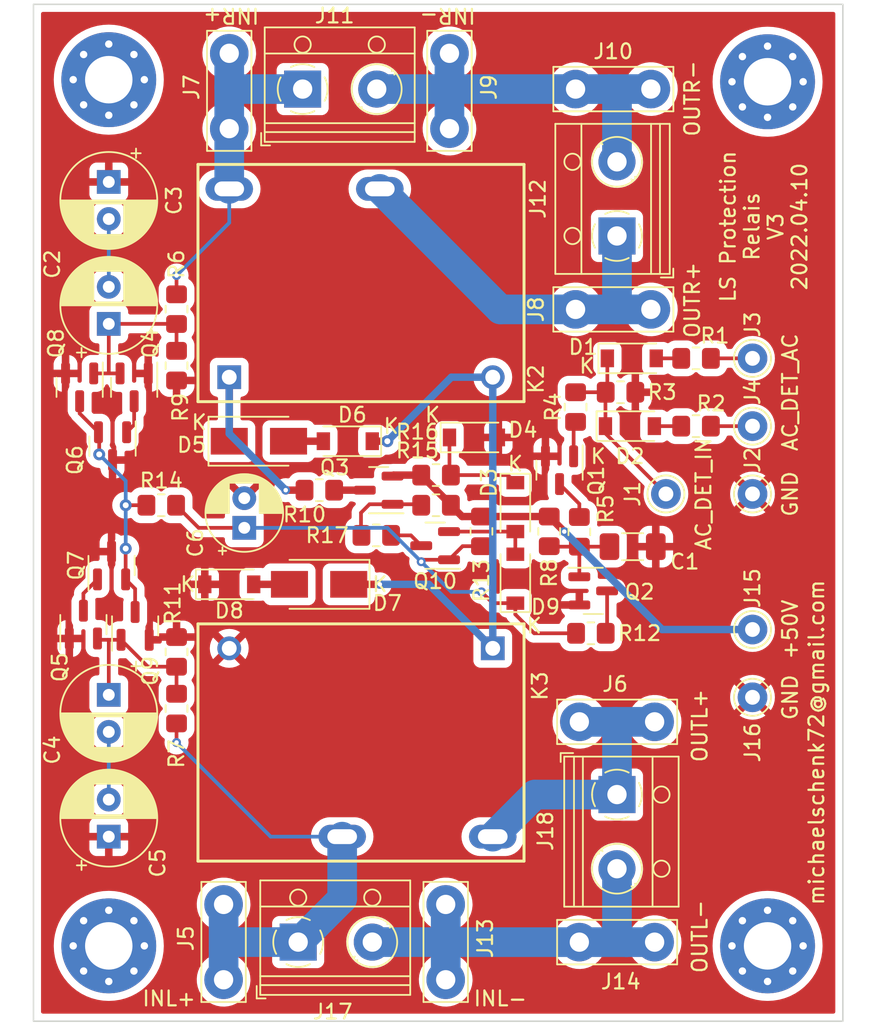
<source format=kicad_pcb>
(kicad_pcb (version 20211014) (generator pcbnew)
  (layers (0 "F.Cu" signal) (31 "B.Cu" signal) (34 "B.Paste" user) (35 "F.Paste" user) (36 "B.SilkS" user "B.Silkscreen") (37 "F.SilkS" user "F.Silkscreen") (38 "B.Mask" user) (39 "F.Mask" user) (44 "Edge.Cuts" user))
  (net 0 "")
  (net 1 "Net-(C1-Pad1)")
  (net 2 "Net-(C2-Pad1)")
  (net 3 "Net-(C2-Pad2)")
  (net 4 "Net-(C4-Pad1)")
  (net 5 "Net-(C4-Pad2)")
  (net 6 "GND")
  (net 7 "Net-(Q1-Pad1)")
  (net 8 "Net-(D5-Pad2)")
  (net 9 "Net-(C6-Pad1)")
  (net 10 "Net-(D1-Pad1)")
  (net 11 "Net-(D7-Pad2)")
  (net 12 "Net-(D1-Pad2)")
  (net 13 "Net-(J3-Pad1)")
  (net 14 "Net-(J12-Pad1)")
  (net 15 "Net-(J10-Pad1)")
  (net 16 "Net-(D2-Pad2)")
  (net 17 "Net-(D3-Pad1)")
  (net 18 "Net-(D3-Pad2)")
  (net 19 "Net-(J4-Pad1)")
  (net 20 "INL+")
  (net 21 "INR+")
  (net 22 "Net-(J13-Pad1)")
  (net 23 "Net-(D5-Pad1)")
  (net 24 "Net-(Q1-Pad3)")
  (net 25 "Net-(Q2-Pad3)")
  (net 26 "Net-(D6-Pad1)")
  (net 27 "Net-(J15-Pad1)")
  (net 28 "Net-(Q4-Pad3)")
  (net 29 "Net-(Q5-Pad3)")
  (net 30 "Net-(Q6-Pad2)")
  (net 31 "Net-(J18-Pad1)")
  (net 32 "Net-(Q3-Pad1)")
  (net 33 "Net-(Q10-Pad3)")
  (net 34 "Net-(Q3-Pad3)")
  (footprint "Diode_SMD:D_SOD-123" (layer "F.Cu") (at 95.758 94.996)
    (fp_text reference "D8" (at 0 1.778) (layer "F.SilkS"))
    (fp_text value "MMSZ5254 (27V)")
    (pad "1" smd rect (at -1.65 0) (size 0.9 1.2) (layers "F.Cu" "F.Paste" "F.Mask") (net 6 "GND"))
    (pad "2" smd rect (at 1.65 0) (size 0.9 1.2) (layers "F.Cu" "F.Paste" "F.Mask") (net 11 "Net-(D7-Pad2)"))
  )
  (footprint "Resistor_SMD:R_0805_2012Metric_Pad1.20x1.40mm_HandSolder" (layer "F.Cu") (at 92.202 99.552 -90)
    (fp_text reference "R11" (at -3.286 0.254 90) (layer "F.SilkS"))
    (fp_text value "22k")
    (pad "1" smd roundrect (at -1 0 270) (size 1.2 1.4) (layers "F.Cu" "F.Paste" "F.Mask") (roundrect_rratio 0.2083333333) (net 6 "GND"))
    (pad "2" smd roundrect (at 1 0 270) (size 1.2 1.4) (layers "F.Cu" "F.Paste" "F.Mask") (roundrect_rratio 0.2083333333) (net 4 "Net-(C4-Pad1)"))
  )
  (footprint "Diode_SMD:D_SOD-123" (layer "F.Cu") (at 112.268 85.09)
    (fp_text reference "D4" (at 3.302 -0.508) (layer "F.SilkS"))
    (fp_text value "MMSZ5245 (15V)")
    (pad "1" smd rect (at -1.65 0) (size 0.9 1.2) (layers "F.Cu" "F.Paste" "F.Mask") (net 17 "Net-(D3-Pad1)"))
    (pad "2" smd rect (at 1.65 0) (size 0.9 1.2) (layers "F.Cu" "F.Paste" "F.Mask") (net 6 "GND"))
  )
  (footprint "Resistor_SMD:R_0805_2012Metric_Pad1.20x1.40mm_HandSolder" (layer "F.Cu") (at 109.712 87.63)
    (fp_text reference "R16" (at -1.254 -2.921) (layer "F.SilkS"))
    (fp_text value "47k")
    (pad "1" smd roundrect (at -1 0) (size 1.2 1.4) (layers "F.Cu" "F.Paste" "F.Mask") (roundrect_rratio 0.2083333333) (net 27 "Net-(J15-Pad1)"))
    (pad "2" smd roundrect (at 1 0) (size 1.2 1.4) (layers "F.Cu" "F.Paste" "F.Mask") (roundrect_rratio 0.2083333333) (net 17 "Net-(D3-Pad1)"))
  )
  (footprint "Package_TO_SOT_SMD:SOT-23" (layer "F.Cu") (at 89.342 81.7095 -90)
    (fp_text reference "Q4" (at -2.9695 -1.082 90) (layer "F.SilkS"))
    (fp_text value "MMBTA42")
    (pad "1" smd roundrect (at -0.9375 -0.95 270) (size 1.475 0.6) (layers "F.Cu" "F.Paste" "F.Mask") (net 6 "GND"))
    (pad "2" smd roundrect (at -0.9375 0.95 270) (size 1.475 0.6) (layers "F.Cu" "F.Paste" "F.Mask") (net 2 "Net-(C2-Pad1)"))
    (pad "3" smd roundrect (at 0.9375 0 270) (size 1.475 0.6) (layers "F.Cu" "F.Paste" "F.Mask") (net 28 "Net-(Q4-Pad3)"))
  )
  (footprint "Resistor_SMD:R_0805_2012Metric_Pad1.20x1.40mm_HandSolder" (layer "F.Cu") (at 112.776 91.424 -90)
    (fp_text reference "R13" (at 3.318 0 90) (layer "F.SilkS"))
    (fp_text value "220k")
    (pad "1" smd roundrect (at -1 0 270) (size 1.2 1.4) (layers "F.Cu" "F.Paste" "F.Mask") (roundrect_rratio 0.2083333333) (net 27 "Net-(J15-Pad1)"))
    (pad "2" smd roundrect (at 1 0 270) (size 1.2 1.4) (layers "F.Cu" "F.Paste" "F.Mask") (roundrect_rratio 0.2083333333) (net 9 "Net-(C6-Pad1)"))
  )
  (footprint "TerminalBlock_RND:TerminalBlock_RND_205-00012_1x02_P5.00mm_Horizontal" (layer "F.Cu") (at 121.92 71.501 90)
    (fp_text reference "J12" (at 2.5 -5.334 90) (layer "F.SilkS"))
    (fp_text value "OUTR")
    (pad "1" thru_hole rect (at 0 0 90) (size 2.5 2.5) (drill 1.3) (layers *.Cu *.Mask) (net 14 "Net-(J12-Pad1)"))
    (pad "2" thru_hole circle (at 5 0 90) (size 2.5 2.5) (drill 1.3) (layers *.Cu *.Mask) (net 15 "Net-(J10-Pad1)"))
  )
  (footprint "Resistor_SMD:R_0805_2012Metric_Pad1.20x1.40mm_HandSolder" (layer "F.Cu") (at 120.158 98.298)
    (fp_text reference "R12" (at 3.286 0 180) (layer "F.SilkS"))
    (fp_text value "4.7k")
    (pad "1" smd roundrect (at -1 0) (size 1.2 1.4) (layers "F.Cu" "F.Paste" "F.Mask") (roundrect_rratio 0.2083333333) (net 9 "Net-(C6-Pad1)"))
    (pad "2" smd roundrect (at 1 0) (size 1.2 1.4) (layers "F.Cu" "F.Paste" "F.Mask") (roundrect_rratio 0.2083333333) (net 25 "Net-(Q2-Pad3)"))
  )
  (footprint "kicad-snk:TE-726386-2_Pitch5.08mm_Drill1.3mm" (layer "F.Cu") (at 119.126 76.454)
    (fp_text reference "J8" (at -2.667 0 90) (layer "F.SilkS"))
    (fp_text value "OUTR+")
    (pad "1" thru_hole circle (at 0 0) (size 2.6 2.6) (drill 1.3) (layers *.Cu *.Mask) (net 14 "Net-(J12-Pad1)"))
    (pad "1" thru_hole circle (at 5.08 0) (size 2.6 2.6) (drill 1.3) (layers *.Cu *.Mask) (net 14 "Net-(J12-Pad1)"))
  )
  (footprint "Resistor_SMD:R_0805_2012Metric_Pad1.20x1.40mm_HandSolder" (layer "F.Cu") (at 127.254 84.328 180)
    (fp_text reference "R2" (at -1.016 1.524) (layer "F.SilkS"))
    (fp_text value "22k")
    (pad "1" smd roundrect (at -1 0 180) (size 1.2 1.4) (layers "F.Cu" "F.Paste" "F.Mask") (roundrect_rratio 0.2083333333) (net 19 "Net-(J4-Pad1)"))
    (pad "2" smd roundrect (at 1 0 180) (size 1.2 1.4) (layers "F.Cu" "F.Paste" "F.Mask") (roundrect_rratio 0.2083333333) (net 16 "Net-(D2-Pad2)"))
  )
  (footprint "Package_TO_SOT_SMD:SOT-23" (layer "F.Cu") (at 87.884 85.6765 -90)
    (fp_text reference "Q6" (at 0.9375 2.54 90) (layer "F.SilkS"))
    (fp_text value "MMBTA92")
    (pad "1" smd roundrect (at -0.9375 -0.95 270) (size 1.475 0.6) (layers "F.Cu" "F.Paste" "F.Mask") (net 28 "Net-(Q4-Pad3)"))
    (pad "2" smd roundrect (at -0.9375 0.95 270) (size 1.475 0.6) (layers "F.Cu" "F.Paste" "F.Mask") (net 30 "Net-(Q6-Pad2)"))
    (pad "3" smd roundrect (at 0.9375 0 270) (size 1.475 0.6) (layers "F.Cu" "F.Paste" "F.Mask") (net 6 "GND"))
  )
  (footprint "Resistor_SMD:R_0805_2012Metric_Pad1.20x1.40mm_HandSolder" (layer "F.Cu") (at 91.17 89.662)
    (fp_text reference "R14" (at 0 -1.65) (layer "F.SilkS"))
    (fp_text value "10R")
    (pad "1" smd roundrect (at -1 0) (size 1.2 1.4) (layers "F.Cu" "F.Paste" "F.Mask") (roundrect_rratio 0.2083333333) (net 30 "Net-(Q6-Pad2)"))
    (pad "2" smd roundrect (at 1 0) (size 1.2 1.4) (layers "F.Cu" "F.Paste" "F.Mask") (roundrect_rratio 0.2083333333) (net 9 "Net-(C6-Pad1)"))
  )
  (footprint "Capacitor_THT:CP_Radial_D6.3mm_P2.50mm" (layer "F.Cu") (at 87.63 67.858 -90)
    (fp_text reference "C3" (at 1.25 -4.4 90) (layer "F.SilkS"))
    (fp_text value "47uF/50V")
    (pad "1" thru_hole rect (at 0 0 270) (size 1.6 1.6) (drill 0.8) (layers *.Cu *.Mask) (net 6 "GND"))
    (pad "2" thru_hole circle (at 2.5 0 270) (size 1.6 1.6) (drill 0.8) (layers *.Cu *.Mask) (net 3 "Net-(C2-Pad2)"))
  )
  (footprint "Connector_Pin:Pin_D1.0mm_L10.0mm" (layer "F.Cu") (at 131.064 88.9 -90)
    (fp_text reference "J2" (at -2.286 0 -90) (layer "F.SilkS"))
    (fp_text value "AC_DET_GND")
    (pad "1" thru_hole circle (at 0 0 270) (size 2 2) (drill 1) (layers *.Cu *.Mask) (net 6 "GND"))
  )
  (footprint "kicad-snk:TE-726386-2_Pitch5.08mm_Drill1.3mm" (layer "F.Cu") (at 119.38 119.129055)
    (fp_text reference "J14" (at 2.794 2.663945) (layer "F.SilkS"))
    (fp_text value "OUTL-")
    (pad "1" thru_hole circle (at 5.08 0) (size 2.6 2.6) (drill 1.3) (layers *.Cu *.Mask) (net 22 "Net-(J13-Pad1)"))
    (pad "1" thru_hole circle (at 0 0) (size 2.6 2.6) (drill 1.3) (layers *.Cu *.Mask) (net 22 "Net-(J13-Pad1)"))
  )
  (footprint "Connector_Pin:Pin_D1.0mm_L10.0mm" (layer "F.Cu") (at 131.064 84.328 90)
    (fp_text reference "J4" (at 2.286 0 90) (layer "F.SilkS"))
    (fp_text value "AC_DET_AC")
    (pad "1" thru_hole circle (at 0 0 90) (size 2 2) (drill 1) (layers *.Cu *.Mask) (net 19 "Net-(J4-Pad1)"))
  )
  (footprint "Connector_Pin:Pin_D1.0mm_L10.0mm" (layer "F.Cu") (at 125.222 88.9 -90)
    (fp_text reference "J1" (at 0 2.25 -90) (layer "F.SilkS"))
    (fp_text value "AC_DET_IN")
    (pad "1" thru_hole circle (at 0 0 270) (size 2 2) (drill 1) (layers *.Cu *.Mask) (net 10 "Net-(D1-Pad1)"))
  )
  (footprint "Resistor_SMD:R_0805_2012Metric_Pad1.20x1.40mm_HandSolder" (layer "F.Cu") (at 117.348 91.424 -90)
    (fp_text reference "R8" (at 2.81 0 -90) (layer "F.SilkS"))
    (fp_text value "100k")
    (pad "1" smd roundrect (at -1 0 270) (size 1.2 1.4) (layers "F.Cu" "F.Paste" "F.Mask") (roundrect_rratio 0.2083333333) (net 27 "Net-(J15-Pad1)"))
    (pad "2" smd roundrect (at 1 0 270) (size 1.2 1.4) (layers "F.Cu" "F.Paste" "F.Mask") (roundrect_rratio 0.2083333333) (net 1 "Net-(C1-Pad1)"))
  )
  (footprint "TerminalBlock_RND:TerminalBlock_RND_205-00012_1x02_P5.00mm_Horizontal" (layer "F.Cu") (at 100.711 61.595)
    (fp_text reference "J11" (at 2.159 -4.953) (layer "F.SilkS"))
    (fp_text value "INR")
    (pad "1" thru_hole rect (at 0 0) (size 2.5 2.5) (drill 1.3) (layers *.Cu *.Mask) (net 21 "INR+"))
    (pad "2" thru_hole circle (at 5 0) (size 2.5 2.5) (drill 1.3) (layers *.Cu *.Mask) (net 15 "Net-(J10-Pad1)"))
  )
  (footprint "Connector_Pin:Pin_D1.0mm_L10.0mm" (layer "F.Cu") (at 131.064 79.756 -90)
    (fp_text reference "J3" (at -2.286 0 -90) (layer "F.SilkS"))
    (fp_text value "AC_DET_AC")
    (pad "1" thru_hole circle (at 0 0 270) (size 2 2) (drill 1) (layers *.Cu *.Mask) (net 13 "Net-(J3-Pad1)"))
  )
  (footprint "Connector_Pin:Pin_D1.0mm_L10.0mm" (layer "F.Cu") (at 131.064 102.616)
    (fp_text reference "J16" (at 0 3.048 90) (layer "F.SilkS"))
    (fp_text value "GND")
    (pad "1" thru_hole circle (at 0 0) (size 2 2) (drill 1) (layers *.Cu *.Mask) (net 6 "GND"))
  )
  (footprint "Resistor_SMD:R_0805_2012Metric_Pad1.20x1.40mm_HandSolder" (layer "F.Cu") (at 101.838 88.646 180)
    (fp_text reference "R10" (at 1 -1.65) (layer "F.SilkS"))
    (fp_text value "100R")
    (pad "1" smd roundrect (at -1 0 180) (size 1.2 1.4) (layers "F.Cu" "F.Paste" "F.Mask") (roundrect_rratio 0.2083333333) (net 34 "Net-(Q3-Pad3)"))
    (pad "2" smd roundrect (at 1 0 180) (size 1.2 1.4) (layers "F.Cu" "F.Paste" "F.Mask") (roundrect_rratio 0.2083333333) (net 23 "Net-(D5-Pad1)"))
  )
  (footprint "TerminalBlock_RND:TerminalBlock_RND_205-00012_1x02_P5.00mm_Horizontal" (layer "F.Cu") (at 121.92 109.176055 -90)
    (fp_text reference "J18" (at 2.46 4.826 90) (layer "F.SilkS"))
    (fp_text value "OUTL")
    (pad "1" thru_hole rect (at 0 0 270) (size 2.5 2.5) (drill 1.3) (layers *.Cu *.Mask) (net 31 "Net-(J18-Pad1)"))
    (pad "2" thru_hole circle (at 5 0 270) (size 2.5 2.5) (drill 1.3) (layers *.Cu *.Mask) (net 22 "Net-(J13-Pad1)"))
  )
  (footprint "kicad-snk:TE-726386-2_Pitch5.08mm_Drill1.3mm" (layer "F.Cu") (at 110.363 121.666 90)
    (fp_text reference "J13" (at 2.8 2.667 90) (layer "F.SilkS"))
    (fp_text value "INL-")
    (pad "1" thru_hole circle (at 5.08 0 90) (size 2.6 2.6) (drill 1.3) (layers *.Cu *.Mask) (net 22 "Net-(J13-Pad1)"))
    (pad "1" thru_hole circle (at 0 0 90) (size 2.6 2.6) (drill 1.3) (layers *.Cu *.Mask) (net 22 "Net-(J13-Pad1)"))
  )
  (footprint "Package_TO_SOT_SMD:SOT-23" (layer "F.Cu") (at 85.918 97.7115 90)
    (fp_text reference "Q5" (at -2.8725 -1.59 90) (layer "F.SilkS"))
    (fp_text value "MMBTA42")
    (pad "1" smd roundrect (at -0.9375 -0.95 90) (size 1.475 0.6) (layers "F.Cu" "F.Paste" "F.Mask") (net 6 "GND"))
    (pad "2" smd roundrect (at -0.9375 0.95 90) (size 1.475 0.6) (layers "F.Cu" "F.Paste" "F.Mask") (net 4 "Net-(C4-Pad1)"))
    (pad "3" smd roundrect (at 0.9375 0 90) (size 1.475 0.6) (layers "F.Cu" "F.Paste" "F.Mask") (net 29 "Net-(Q5-Pad3)"))
  )
  (footprint "Package_TO_SOT_SMD:SOT-23" (layer "F.Cu") (at 105.8395 88.646 180)
    (fp_text reference "Q3" (at 2.9695 1.524) (layer "F.SilkS"))
    (fp_text value "MMBTA92")
    (pad "1" smd roundrect (at -0.9375 -0.95 180) (size 1.475 0.6) (layers "F.Cu" "F.Paste" "F.Mask") (net 32 "Net-(Q3-Pad1)"))
    (pad "2" smd roundrect (at -0.9375 0.95 180) (size 1.475 0.6) (layers "F.Cu" "F.Paste" "F.Mask") (net 27 "Net-(J15-Pad1)"))
    (pad "3" smd roundrect (at 0.9375 0 180) (size 1.475 0.6) (layers "F.Cu" "F.Paste" "F.Mask") (net 34 "Net-(Q3-Pad3)"))
  )
  (footprint "MountingHole:MountingHole_3.2mm_M3_Pad_Via" (layer "F.Cu") (at 87.63 60.96)
    (fp_text reference "MK1" hide)
    (fp_text value "Mounting_Hole_PAD")
    (pad "1" thru_hole circle (at 2.4 0) (size 0.8 0.8) (drill 0.5) (layers *.Cu *.Mask))
    (pad "1" thru_hole circle (at 0 0) (size 6.4 6.4) (drill 3.2) (layers *.Cu *.Mask))
    (pad "1" thru_hole circle (at 0 -2.4) (size 0.8 0.8) (drill 0.5) (layers *.Cu *.Mask))
    (pad "1" thru_hole circle (at -1.697056 -1.697056) (size 0.8 0.8) (drill 0.5) (layers *.Cu *.Mask))
    (pad "1" thru_hole circle (at -2.4 0) (size 0.8 0.8) (drill 0.5) (layers *.Cu *.Mask))
    (pad "1" thru_hole circle (at 0 2.4) (size 0.8 0.8) (drill 0.5) (layers *.Cu *.Mask))
    (pad "1" thru_hole circle (at -1.697056 1.697056) (size 0.8 0.8) (drill 0.5) (layers *.Cu *.Mask))
    (pad "1" thru_hole circle (at 1.697056 1.697056) (size 0.8 0.8) (drill 0.5) (layers *.Cu *.Mask))
    (pad "1" thru_hole circle (at 1.697056 -1.697056) (size 0.8 0.8) (drill 0.5) (layers *.Cu *.Mask))
  )
  (footprint "Package_TO_SOT_SMD:SOT-23" (layer "F.Cu") (at 118.044 87.2975 -90)
    (fp_text reference "Q1" (at 0.7135 -2.479 -270) (layer "F.SilkS"))
    (fp_text value "MMBTA42")
    (pad "1" smd roundrect (at -0.9375 -0.95 270) (size 1.475 0.6) (layers "F.Cu" "F.Paste" "F.Mask") (net 7 "Net-(Q1-Pad1)"))
    (pad "2" smd roundrect (at -0.9375 0.95 270) (size 1.475 0.6) (layers "F.Cu" "F.Paste" "F.Mask") (net 6 "GND"))
    (pad "3" smd roundrect (at 0.9375 0 270) (size 1.475 0.6) (layers "F.Cu" "F.Paste" "F.Mask") (net 24 "Net-(Q1-Pad3)"))
  )
  (footprint "kicad-snk:TE-726386-2_Pitch5.08mm_Drill1.3mm" (layer "F.Cu") (at 119.126 61.595)
    (fp_text reference "J10" (at 2.54 -2.54) (layer "F.SilkS"))
    (fp_text value "OUTR-")
    (pad "1" thru_hole circle (at 5.08 0) (size 2.6 2.6) (drill 1.3) (layers *.Cu *.Mask) (net 15 "Net-(J10-Pad1)"))
    (pad "1" thru_hole circle (at 0 0) (size 2.6 2.6) (drill 1.3) (layers *.Cu *.Mask) (net 15 "Net-(J10-Pad1)"))
  )
  (footprint "Package_TO_SOT_SMD:SOT-23" (layer "F.Cu") (at 120.3175 95.438)
    (fp_text reference "Q2" (at 3.1265 0.066) (layer "F.SilkS"))
    (fp_text value "MMBTA42")
    (pad "1" smd roundrect (at -0.9375 -0.95) (size 1.475 0.6) (layers "F.Cu" "F.Paste" "F.Mask") (net 1 "Net-(C1-Pad1)"))
    (pad "2" smd roundrect (at -0.9375 0.95) (size 1.475 0.6) (layers "F.Cu" "F.Paste" "F.Mask") (net 6 "GND"))
    (pad "3" smd roundrect (at 0.9375 0) (size 1.475 0.6) (layers "F.Cu" "F.Paste" "F.Mask") (net 25 "Net-(Q2-Pad3)"))
  )
  (footprint "TerminalBlock_RND:TerminalBlock_RND_205-00012_1x02_P5.00mm_Horizontal" (layer "F.Cu") (at 100.41 119.126)
    (fp_text reference "J17" (at 2.333 4.699) (layer "F.SilkS"))
    (fp_text value "INL")
    (pad "1" thru_hole rect (at 0 0) (size 2.5 2.5) (drill 1.3) (layers *.Cu *.Mask) (net 20 "INL+"))
    (pad "2" thru_hole circle (at 5 0) (size 2.5 2.5) (drill 1.3) (layers *.Cu *.Mask) (net 22 "Net-(J13-Pad1)"))
  )
  (footprint "Resistor_SMD:R_0805_2012Metric_Pad1.20x1.40mm_HandSolder" (layer "F.Cu") (at 92.202 76.438 -90)
    (fp_text reference "R6" (at -3.032 0 -270) (layer "F.SilkS"))
    (fp_text value "47k")
    (pad "1" smd roundrect (at -1 0 270) (size 1.2 1.4) (layers "F.Cu" "F.Paste" "F.Mask") (roundrect_rratio 0.2083333333) (net 21 "INR+"))
    (pad "2" smd roundrect (at 1 0 270) (size 1.2 1.4) (layers "F.Cu" "F.Paste" "F.Mask") (roundrect_rratio 0.2083333333) (net 2 "Net-(C2-Pad1)"))
  )
  (footprint "kicad-snk:TE-726386-2_Pitch5.08mm_Drill1.3mm" (layer "F.Cu") (at 119.38 104.270055)
    (fp_text reference "J6" (at 2.413 -2.543055) (layer "F.SilkS"))
    (fp_text value "OUTL+")
    (pad "1" thru_hole circle (at 5.08 0) (size 2.6 2.6) (drill 1.3) (layers *.Cu *.Mask) (net 31 "Net-(J18-Pad1)"))
    (pad "1" thru_hole circle (at 0 0) (size 2.6 2.6) (drill 1.3) (layers *.Cu *.Mask) (net 31 "Net-(J18-Pad1)"))
  )
  (footprint "MountingHole:MountingHole_3.2mm_M3_Pad_Via" (layer "F.Cu") (at 132.08 61.1)
    (fp_text reference "MK4" hide)
    (fp_text value "Mounting_Hole_PAD")
    (pad "1" thru_hole circle (at 1.697056 1.697056) (size 0.8 0.8) (drill 0.5) (layers *.Cu *.Mask))
    (pad "1" thru_hole circle (at 1.697056 -1.697056) (size 0.8 0.8) (drill 0.5) (layers *.Cu *.Mask))
    (pad "1" thru_hole circle (at 0 2.4) (size 0.8 0.8) (drill 0.5) (layers *.Cu *.Mask))
    (pad "1" thru_hole circle (at 0 -2.4) (size 0.8 0.8) (drill 0.5) (layers *.Cu *.Mask))
    (pad "1" thru_hole circle (at -1.697056 1.697056) (size 0.8 0.8) (drill 0.5) (layers *.Cu *.Mask))
    (pad "1" thru_hole circle (at 0 0) (size 6.4 6.4) (drill 3.2) (layers *.Cu *.Mask))
    (pad "1" thru_hole circle (at -1.697056 -1.697056) (size 0.8 0.8) (drill 0.5) (layers *.Cu *.Mask))
    (pad "1" thru_hole circle (at -2.4 0) (size 0.8 0.8) (drill 0.5) (layers *.Cu *.Mask))
    (pad "1" thru_hole circle (at 2.4 0) (size 0.8 0.8) (drill 0.5) (layers *.Cu *.Mask))
  )
  (footprint "Capacitor_THT:CP_Radial_D6.3mm_P2.50mm" (layer "F.Cu") (at 87.63 77.43 90)
    (fp_text reference "C2" (at 4.024 -3.81 90) (layer "F.SilkS"))
    (fp_text value "47uF/50V")
    (pad "1" thru_hole rect (at 0 0 90) (size 1.6 1.6) (drill 0.8) (layers *.Cu *.Mask) (net 2 "Net-(C2-Pad1)"))
    (pad "2" thru_hole circle (at 2.5 0 90) (size 1.6 1.6) (drill 0.8) (layers *.Cu *.Mask) (net 3 "Net-(C2-Pad2)"))
  )
  (footprint "Capacitor_THT:CP_Radial_D5.0mm_P2.00mm" (layer "F.Cu") (at 96.774 91.186 90)
    (fp_text reference "C6" (at -1.016 -3.302 90) (layer "F.SilkS"))
    (fp_text value "22uF/50V")
    (pad "1" thru_hole rect (at 0 0 90) (size 1.6 1.6) (drill 0.8) (layers *.Cu *.Mask) (net 9 "Net-(C6-Pad1)"))
    (pad "2" thru_hole circle (at 2 0 90) (size 1.6 1.6) (drill 0.8) (layers *.Cu *.Mask) (net 6 "GND"))
  )
  (footprint "Diode_SMD:D_SOD-123" (layer "F.Cu") (at 122.92 79.756)
    (fp_text reference "D1" (at -3.286 -0.762) (layer "F.SilkS"))
    (fp_text value "1N914")
    (pad "1" smd rect (at -1.65 0) (size 0.9 1.2) (layers "F.Cu" "F.Paste" "F.Mask") (net 10 "Net-(D1-Pad1)"))
    (pad "2" smd rect (at 1.65 0) (size 0.9 1.2) (layers "F.Cu" "F.Paste" "F.Mask") (net 12 "Net-(D1-Pad2)"))
  )
  (footprint "Resistor_SMD:R_0805_2012Metric_Pad1.20x1.40mm_HandSolder" (layer "F.Cu") (at 119.126 83.042 -90)
    (fp_text reference "R4" (at 0 1.524 90) (layer "F.SilkS"))
    (fp_text value "100R")
    (pad "1" smd roundrect (at -1 0 270) (size 1.2 1.4) (layers "F.Cu" "F.Paste" "F.Mask") (roundrect_rratio 0.2083333333) (net 10 "Net-(D1-Pad1)"))
    (pad "2" smd roundrect (at 1 0 270) (size 1.2 1.4) (layers "F.Cu" "F.Paste" "F.Mask") (roundrect_rratio 0.2083333333) (net 7 "Net-(Q1-Pad1)"))
  )
  (footprint "kicad-snk:TE-726386-2_Pitch5.08mm_Drill1.3mm" (layer "F.Cu") (at 95.758 64.262 90)
    (fp_text reference "J7" (at 2.794 -2.54 90) (layer "F.SilkS"))
    (fp_text value "INR+")
    (pad "1" thru_hole circle (at 0 0 90) (size 2.6 2.6) (drill 1.3) (layers *.Cu *.Mask) (net 21 "INR+"))
    (pad "1" thru_hole circle (at 5.08 0 90) (size 2.6 2.6) (drill 1.3) (layers *.Cu *.Mask) (net 21 "INR+"))
  )
  (footprint "Capacitor_SMD:C_1206_3216Metric_Pad1.33x1.80mm_HandSolder" (layer "F.Cu") (at 122.9745 92.456)
    (fp_text reference "C1" (at 3.5175 1.016) (layer "F.SilkS"))
    (fp_text value "470nF")
    (pad "1" smd roundrect (at -1.5625 0) (size 1.325 1.8) (layers "F.Cu" "F.Paste" "F.Mask") (roundrect_rratio 0.1886792453) (net 1 "Net-(C1-Pad1)"))
    (pad "2" smd roundrect (at 1.5625 0) (size 1.325 1.8) (layers "F.Cu" "F.Paste" "F.Mask") (roundrect_rratio 0.1886792453) (net 6 "GND"))
  )
  (footprint "Diode_SMD:D_SOD-123" (layer "F.Cu") (at 115.062 94.616 90)
    (fp_text reference "D9" (at -1.904 2.032 180) (layer "F.SilkS"))
    (fp_text value "MMSZ5232BT1G (5.6V)")
    (pad "1" smd rect (at -1.65 0 90) (size 0.9 1.2) (layers "F.Cu" "F.Paste" "F.Mask") (net 9 "Net-(C6-Pad1)"))
    (pad "2" smd rect (at 1.65 0 90) (size 0.9 1.2) (layers "F.Cu" "F.Paste" "F.Mask") (net 18 "Net-(D3-Pad2)"))
  )
  (footprint "Resistor_SMD:R_0805_2012Metric_Pad1.20x1.40mm_HandSolder" (layer "F.Cu") (at 119.38 91.456 90)
    (fp_text reference "R5" (at 1.54 1.778 90) (layer "F.SilkS"))
    (fp_text value "100R")
    (pad "1" smd roundrect (at -1 0 90) (size 1.2 1.4) (layers "F.Cu" "F.Paste" "F.Mask") (roundrect_rratio 0.2083333333) (net 1 "Net-(C1-Pad1)"))
    (pad "2" smd roundrect (at 1 0 90) (size 1.2 1.4) (layers "F.Cu" "F.Paste" "F.Mask") (roundrect_rratio 0.2083333333) (net 24 "Net-(Q1-Pad3)"))
  )
  (footprint "Connector_Pin:Pin_D1.0mm_L10.0mm" (layer "F.Cu") (at 131.064 98.044)
    (fp_text reference "J15" (at 0 -2.794 90) (layer "F.SilkS"))
    (fp_text value "+50V")
    (pad "1" thru_hole circle (at 0 0) (size 2 2) (drill 1) (layers *.Cu *.Mask) (net 27 "Net-(J15-Pad1)"))
  )
  (footprint "Resistor_SMD:R_0805_2012Metric_Pad1.20x1.40mm_HandSolder" (layer "F.Cu") (at 122.158 82.042 180)
    (fp_text reference "R3" (at -2.81 0) (layer "F.SilkS"))
    (fp_text value "10k")
    (pad "1" smd roundrect (at -1 0 180) (size 1.2 1.4) (layers "F.Cu" "F.Paste" "F.Mask") (roundrect_rratio 0.2083333333) (net 6 "GND"))
    (pad "2" smd roundrect (at 1 0 180) (size 1.2 1.4) (layers "F.Cu" "F.Paste" "F.Mask") (roundrect_rratio 0.2083333333) (net 10 "Net-(D1-Pad1)"))
  )
  (footprint "Resistor_SMD:R_0805_2012Metric_Pad1.20x1.40mm_HandSolder" (layer "F.Cu") (at 109.712 89.662 180)
    (fp_text reference "R15" (at 1.254 3.683 180) (layer "F.SilkS"))
    (fp_text value "6.8k")
    (pad "1" smd roundrect (at -1 0 180) (size 1.2 1.4) (layers "F.Cu" "F.Paste" "F.Mask") (roundrect_rratio 0.2083333333) (net 27 "Net-(J15-Pad1)"))
    (pad "2" smd roundrect (at 1 0 180) (size 1.2 1.4) (layers "F.Cu" "F.Paste" "F.Mask") (roundrect_rratio 0.2083333333) (net 32 "Net-(Q3-Pad1)"))
  )
  (footprint "Package_TO_SOT_SMD:SOT-23" (layer "F.Cu") (at 89.408 97.799863 90)
    (fp_text reference "Q9" (at -3.038137 1.016 90) (layer "F.SilkS"))
    (fp_text value "MMBTA42")
    (pad "1" smd roundrect (at -0.9375 -0.95 90) (size 1.475 0.6) (layers "F.Cu" "F.Paste" "F.Mask") (net 4 "Net-(C4-Pad1)"))
    (pad "2" smd roundrect (at -0.9375 0.95 90) (size 1.475 0.6) (layers "F.Cu" "F.Paste" "F.Mask") (net 6 "GND"))
    (pad "3" smd roundrect (at 0.9375 0 90) (size 1.475 0.6) (layers "F.Cu" "F.Paste" "F.Mask") (net 30 "Net-(Q6-Pad2)"))
  )
  (footprint "Diode_SMD:D_SOD-123" (layer "F.Cu") (at 115.062 89.788 -90)
    (fp_text reference "D3" (at -1.65 1.778 90) (layer "F.SilkS"))
    (fp_text value "1N914")
    (pad "1" smd rect (at -1.65 0 270) (size 0.9 1.2) (layers "F.Cu" "F.Paste" "F.Mask") (net 17 "Net-(D3-Pad1)"))
    (pad "2" smd rect (at 1.65 0 270) (size 0.9 1.2) (layers "F.Cu" "F.Paste" "F.Mask") (net 18 "Net-(D3-Pad2)"))
  )
  (footprint "kicad-snk:TE-726386-2_Pitch5.08mm_Drill1.3mm" (layer "F.Cu") (at 110.617 64.262 90)
    (fp_text reference "J9" (at 2.794 2.667 90) (layer "F.SilkS"))
    (fp_text value "INR-")
    (pad "1" thru_hole circle (at 0 0 90) (size 2.6 2.6) (drill 1.3) (layers *.Cu *.Mask) (net 15 "Net-(J10-Pad1)"))
    (pad "1" thru_hole circle (at 5.08 0 90) (size 2.6 2.6) (drill 1.3) (layers *.Cu *.Mask) (net 15 "Net-(J10-Pad1)"))
  )
  (footprint "kicad-snk:TE-726386-2_Pitch5.08mm_Drill1.3mm" (layer "F.Cu") (at 95.377 121.666 90)
    (fp_text reference "J5" (at 2.794 -2.54 90) (layer "F.SilkS"))
    (fp_text value "INL+")
    (pad "1" thru_hole circle (at 5.08 0 90) (size 2.6 2.6) (drill 1.3) (layers *.Cu *.Mask) (net 20 "INL+"))
    (pad "1" thru_hole circle (at 0 0 90) (size 2.6 2.6) (drill 1.3) (layers *.Cu *.Mask) (net 20 "INL+"))
  )
  (footprint "Capacitor_THT:CP_Radial_D6.3mm_P2.50mm" (layer "F.Cu") (at 87.63 102.449621 -90)
    (fp_text reference "C4" (at 3.722379 3.81 90) (layer "F.SilkS"))
    (fp_text value "47uF/50V")
    (pad "1" thru_hole rect (at 0 0 270) (size 1.6 1.6) (drill 0.8) (layers *.Cu *.Mask) (net 4 "Net-(C4-Pad1)"))
    (pad "2" thru_hole circle (at 2.5 0 270) (size 1.6 1.6) (drill 0.8) (layers *.Cu *.Mask) (net 5 "Net-(C4-Pad2)"))
  )
  (footprint "Package_TO_SOT_SMD:SOT-23" (layer "F.Cu") (at 109.6495 92.39 180)
    (fp_text reference "Q10" (at 0 -2.4) (layer "F.SilkS"))
    (fp_text value "MMBTA42")
    (pad "1" smd roundrect (at -0.9375 -0.95 180) (size 1.475 0.6) (layers "F.Cu" "F.Paste" "F.Mask") (net 9 "Net-(C6-Pad1)"))
    (pad "2" smd roundrect (at -0.9375 0.95 180) (size 1.475 0.6) (layers "F.Cu" "F.Paste" "F.Mask") (net 18 "Net-(D3-Pad2)"))
    (pad "3" smd roundrect (at 0.9375 0 180) (size 1.475 0.6) (layers "F.Cu" "F.Paste" "F.Mask") (net 33 "Net-(Q10-Pad3)"))
  )
  (footprint "kicad-snk:RELAY_G5CA-1A-E-DC5" (layer "F.Cu") (at 104.648 74.676 90)
    (fp_text reference "K2" (at -6.477 11.811 90) (layer "F.SilkS") (effects (font (size 1.000685 1.000685))))
    (fp_text value "G5CA-1A-E-DC5")
    (pad "1" thru_hole rect (at -6.35 -8.89 90) (size 1.6 1.6) (drill 1) (layers *.Cu *.Mask) (net 23 "Net-(D5-Pad1)"))
    (pad "2" thru_hole circle (at -6.35 8.89 90) (size 1.6 1.6) (drill 1) (layers *.Cu *.Mask) (net 26 "Net-(D6-Pad1)"))
    (pad "3" thru_hole oval (at 6.35 1.27 90) (size 1.6 3.2) (drill oval 1 2) (layers *.Cu *.Mask) (net 14 "Net-(J12-Pad1)"))
    (pad "4" thru_hole oval (at 6.35 -8.89 90) (size 1.6 3.2) (drill oval 1 2) (layers *.Cu *.Mask) (net 21 "INR+"))
  )
  (footprint "Resistor_SMD:R_0805_2012Metric_Pad1.20x1.40mm_HandSolder" (layer "F.Cu") (at 105.68 91.694)
    (fp_text reference "R17" (at -3.318 0) (layer "F.SilkS"))
    (fp_text value "22k")
    (pad "1" smd roundrect (at -1 0) (size 1.2 1.4) (layers "F.Cu" "F.Paste" "F.Mask") (roundrect_rratio 0.2083333333) (net 32 "Net-(Q3-Pad1)"))
    (pad "2" smd roundrect (at 1 0) (size 1.2 1.4) (layers "F.Cu" "F.Paste" "F.Mask") (roundrect_rratio 0.2083333333) (net 33 "Net-(Q10-Pad3)"))
  )
  (footprint "Diode_SMD:D_SMA" (layer "F.Cu") (at 101.822 94.996 180)
    (fp_text reference "D7" (at -4.604 -1.27) (layer "F.SilkS"))
    (fp_text value "MRA4007T3G")
    (pad "1" smd rect (at -2 0 180) (size 2.5 1.8) (layers "F.Cu" "F.Paste" "F.Mask") (net 26 "Net-(D6-Pad1)"))
    (pad "2" smd rect (at 2 0 180) (size 2.5 1.8) (layers "F.Cu" "F.Paste" "F.Mask") (net 11 "Net-(D7-Pad2)"))
  )
  (footprint "Resistor_SMD:R_0805_2012Metric_Pad1.20x1.40mm_HandSolder" (layer "F.Cu") (at 92.202 103.378 90)
    (fp_text reference "R7" (at -3.048 0 90) (layer "F.SilkS"))
    (fp_text value "47k")
    (pad "1" smd roundrect (at -1 0 90) (size 1.2 1.4) (layers "F.Cu" "F.Paste" "F.Mask") (roundrect_rratio 0.2083333333) (net 20 "INL+"))
    (pad "2" smd roundrect (at 1 0 90) (size 1.2 1.4) (layers "F.Cu" "F.Paste" "F.Mask") (roundrect_rratio 0.2083333333) (net 4 "Net-(C4-Pad1)"))
  )
  (footprint "Resistor_SMD:R_0805_2012Metric_Pad1.20x1.40mm_HandSolder" (layer "F.Cu") (at 92.202 80.248 90)
    (fp_text reference "R9" (at -2.81 0.254 90) (layer "F.SilkS"))
    (fp_text value "22k")
    (pad "1" smd roundrect (at -1 0 90) (size 1.2 1.4) (layers "F.Cu" "F.Paste" "F.Mask") (roundrect_rratio 0.2083333333) (net 6 "GND"))
    (pad "2" smd roundrect (at 1 0 90) (size 1.2 1.4) (layers "F.Cu" "F.Paste" "F.Mask") (roundrect_rratio 0.2083333333) (net 2 "Net-(C2-Pad1)"))
  )
  (footprint "Diode_SMD:D_SMA" (layer "F.Cu") (at 97.758 85.344)
    (fp_text reference "D5" (at -4.54 0.254) (layer "F.SilkS"))
    (fp_text value "MRA4007T3G")
    (pad "1" smd rect (at -2 0) (size 2.5 1.8) (layers "F.Cu" "F.Paste" "F.Mask") (net 23 "Net-(D5-Pad1)"))
    (pad "2" smd rect (at 2 0) (size 2.5 1.8) (layers "F.Cu" "F.Paste" "F.Mask") (net 8 "Net-(D5-Pad2)"))
  )
  (footprint "Package_TO_SOT_SMD:SOT-23" (layer "F.Cu") (at 85.664 81.7095 -90)
    (fp_text reference "Q8" (at -2.9695 1.59 90) (layer "F.SilkS"))
    (fp_text value "MMBTA42")
    (pad "1" smd roundrect (at -0.9375 -0.95 270) (size 1.475 0.6) (layers "F.Cu" "F.Paste" "F.Mask") (net 2 "Net-(C2-Pad1)"))
    (pad "2" smd roundrect (at -0.9375 0.95 270) (size 1.475 0.6) (layers "F.Cu" "F.Paste" "F.Mask") (net 6 "GND"))
    (pad "3" smd roundrect (at 0.9375 0 270) (size 1.475 0.6) (layers "F.Cu" "F.Paste" "F.Mask") (net 30 "Net-(Q6-Pad2)"))
  )
  (footprint "Capacitor_THT:CP_Radial_D6.3mm_P2.50mm" (layer "F.Cu") (at 87.63 112.014001 90)
    (fp_text reference "C5" (at -1.777999 3.302 90) (layer "F.SilkS"))
    (fp_text value "47uF/50V")
    (pad "1" thru_hole rect (at 0 0 90) (size 1.6 1.6) (drill 0.8) (layers *.Cu *.Mask) (net 6 "GND"))
    (pad "2" thru_hole circle (at 2.5 0 90) (size 1.6 1.6) (drill 0.8) (layers *.Cu *.Mask) (net 5 "Net-(C4-Pad2)"))
  )
  (footprint "Resistor_SMD:R_0805_2012Metric_Pad1.20x1.40mm_HandSolder" (layer "F.Cu") (at 127.254 79.756 180)
    (fp_text reference "R1" (at -1.27 1.524) (layer "F.SilkS"))
    (fp_text value "22k")
    (pad "1" smd roundrect (at -1 0 180) (size 1.2 1.4) (layers "F.Cu" "F.Paste" "F.Mask") (roundrect_rratio 0.2083333333) (net 13 "Net-(J3-Pad1)"))
    (pad "2" smd roundrect (at 1 0 180) (size 1.2 1.4) (layers "F.Cu" "F.Paste" "F.Mask") (roundrect_rratio 0.2083333333) (net 12 "Net-(D1-Pad2)"))
  )
  (footprint "Package_TO_SOT_SMD:SOT-23" (layer "F.Cu") (at 87.818 93.726 90)
    (fp_text reference "Q7" (at 0 -2.4 90) (layer "F.SilkS"))
    (fp_text value "MMBTA92")
    (pad "1" smd roundrect (at -0.9375 -0.95 90) (size 1.475 0.6) (layers "F.Cu" "F.Paste" "F.Mask") (net 29 "Net-(Q5-Pad3)"))
    (pad "2" smd roundrect (at -0.9375 0.95 90) (size 1.475 0.6) (layers "F.Cu" "F.Paste" "F.Mask") (net 30 "Net-(Q6-Pad2)"))
    (pad "3" smd roundrect (at 0.9375 0 90) (size 1.475 0.6) (layers "F.Cu" "F.Paste" "F.Mask") (net 6 "GND"))
  )
  (footprint "Diode_SMD:D_SOD-123" (layer "F.Cu") (at 103.758 85.344 180)
    (fp_text reference "D6" (at -0.3 1.778) (layer "F.SilkS"))
    (fp_text value "MMSZ5254 (27V)")
    (pad "1" smd rect (at -1.65 0 180) (size 0.9 1.2) (layers "F.Cu" "F.Paste" "F.Mask") (net 26 "Net-(D6-Pad1)"))
    (pad "2" smd rect (at 1.65 0 180) (size 0.9 1.2) (layers "F.Cu" "F.Paste" "F.Mask") (net 8 "Net-(D5-Pad2)"))
  )
  (footprint "kicad-snk:RELAY_G5CA-1A-E-DC5" (layer "F.Cu") (at 104.648 105.664 -90)
    (fp_text reference "K3" (at -3.81 -12.073235 -90) (layer "F.SilkS") (effects (font (size 1.000685 1.000685))))
    (fp_text value "G5CA-1A-E-DC5")
    (pad "1" thru_hole rect (at -6.35 -8.89 270) (size 1.6 1.6) (drill 1) (layers *.Cu *.Mask) (net 26 "Net-(D6-Pad1)"))
    (pad "2" thru_hole circle (at -6.35 8.89 270) (size 1.6 1.6) (drill 1) (layers *.Cu *.Mask) (net 6 "GND"))
    (pad "3" thru_hole oval (at 6.35 1.27 270) (size 1.6 3.2) (drill oval 1 2) (layers *.Cu *.Mask) (net 20 "INL+"))
    (pad "4" thru_hole oval (at 6.35 -8.89 270) (size 1.6 3.2) (drill oval 1 2) (layers *.Cu *.Mask) (net 31 "Net-(J18-Pad1)"))
  )
  (footprint "MountingHole:MountingHole_3.2mm_M3_Pad_Via" (layer "F.Cu") (at 132.08 119.38)
    (fp_text reference "MK3" hide)
    (fp_text value "Mounting_Hole_PAD")
    (pad "1" thru_hole circle (at 0 0) (size 6.4 6.4) (drill 3.2) (layers *.Cu *.Mask))
    (pad "1" thru_hole circle (at 1.697056 -1.697056) (size 0.8 0.8) (drill 0.5) (layers *.Cu *.Mask))
    (pad "1" thru_hole circle (at 0 -2.4) (size 0.8 0.8) (drill 0.5) (layers *.Cu *.Mask))
    (pad "1" thru_hole circle (at -1.697056 1.697056) (size 0.8 0.8) (drill 0.5) (layers *.Cu *.Mask))
    (pad "1" thru_hole circle (at -1.697056 -1.697056) (size 0.8 0.8) (drill 0.5) (layers *.Cu *.Mask))
    (pad "1" thru_hole circle (at 0 2.4) (size 0.8 0.8) (drill 0.5) (layers *.Cu *.Mask))
    (pad "1" thru_hole circle (at 1.697056 1.697056) (size 0.8 0.8) (drill 0.5) (layers *.Cu *.Mask))
    (pad "1" thru_hole circle (at 2.4 0) (size 0.8 0.8) (drill 0.5) (layers *.Cu *.Mask))
    (pad "1" thru_hole circle (at -2.4 0) (size 0.8 0.8) (drill 0.5) (layers *.Cu *.Mask))
  )
  (footprint "MountingHole:MountingHole_3.2mm_M3_Pad_Via" (layer "F.Cu") (at 87.63 119.38)
    (fp_text reference "MK2" hide)
    (fp_text value "Mounting_Hole_PAD")
    (pad "1" thru_hole circle (at 0 2.4) (size 0.8 0.8) (drill 0.5) (layers *.Cu *.Mask))
    (pad "1" thru_hole circle (at 0 0) (size 6.4 6.4) (drill 3.2) (layers *.Cu *.Mask))
    (pad "1" thru_hole circle (at 0 -2.4) (size 0.8 0.8) (drill 0.5) (layers *.Cu *.Mask))
    (pad "1" thru_hole circle (at -1.697056 -1.697056) (size 0.8 0.8) (drill 0.5) (layers *.Cu *.Mask))
    (pad "1" thru_hole circle (at -1.697056 1.697056) (size 0.8 0.8) (drill 0.5) (layers *.Cu *.Mask))
    (pad "1" thru_hole circle (at 1.697056 1.697056) (size 0.8 0.8) (drill 0.5) (layers *.Cu *.Mask))
    (pad "1" thru_hole circle (at -2.4 0) (size 0.8 0.8) (drill 0.5) (layers *.Cu *.Mask))
    (pad "1" thru_hole circle (at 1.697056 -1.697056) (size 0.8 0.8) (drill 0.5) (layers *.Cu *.Mask))
    (pad "1" thru_hole circle (at 2.4 0) (size 0.8 0.8) (drill 0.5) (layers *.Cu *.Mask))
  )
  (footprint "Diode_SMD:D_SOD-123" (layer "F.Cu") (at 122.792 84.328)
    (fp_text reference "D2" (at 0 2.032) (layer "F.SilkS"))
    (fp_text value "1N914")
    (pad "1" smd rect (at -1.65 0) (size 0.9 1.2) (layers "F.Cu" "F.Paste" "F.Mask") (net 10 "Net-(D1-Pad1)"))
    (pad "2" smd rect (at 1.65 0) (size 0.9 1.2) (layers "F.Cu" "F.Paste" "F.Mask") (net 16 "Net-(D2-Pad2)"))
  )
  (gr_rect (start 82.55 55.88) (end 137.16 124.46) (layer "Edge.Cuts") (width 0.1) (fill none))
  (gr_text "INL-" (at 114.046 122.936) (layer "F.SilkS") (effects (font (size 1 1))))
  (gr_text "OUTL-" (at 127.508 118.748055 90) (layer "F.SilkS") (effects (font (size 1 1))))
  (gr_text "OUTR-" (at 127 62.23 90) (layer "F.SilkS") (effects (font (size 1 1))))
  (gr_text "+50V" (at 133.604 98.044 90) (layer "F.SilkS") (effects (font (size 1 1))))
  (gr_text "AC_DET_IN" (at 127.762 88.9 90) (layer "F.SilkS") (effects (font (size 1 1))))
  (gr_text "OUTR+" (at 127 75.819 90) (layer "F.SilkS") (effects (font (size 1 1))))
  (gr_text "GND" (at 133.604 102.616 90) (layer "F.SilkS") (effects (font (size 1 1))))
  (gr_text "INR-" (at 110.49 56.642 180) (layer "F.SilkS") (effects (font (size 1 1))))
  (gr_text "K" (at 109.474 83.566) (layer "F.SilkS") (effects (font (size 1 1))))
  (gr_text "K" (at 92.964 94.996) (layer "F.SilkS") (effects (font (size 1 1))))
  (gr_text "AC_DET_AC" (at 133.604 82.042 90) (layer "F.SilkS") (effects (font (size 1 1))))
  (gr_text "LS Protection\nRelais\nV3\n2022.04.10" (at 131.826 70.866 90) (layer "F.SilkS") (effects (font (size 1 1))))
  (gr_text "K" (at 116.332 97.79) (layer "F.SilkS") (effects (font (size 1 1))))
  (gr_text "K" (at 120.65 86.36) (layer "F.SilkS") (effects (font (size 1 1))))
  (gr_text "michaelschenk72@gmail.com" (at 135.382 105.664 90) (layer "F.SilkS") (effects (font (size 1 1))))
  (gr_text "INR+" (at 95.885 56.642 180) (layer "F.SilkS") (effects (font (size 1 1))))
  (gr_text "GND" (at 133.604 88.9 90) (layer "F.SilkS") (effects (font (size 1 1))))
  (gr_text "INL+" (at 91.694 122.936) (layer "F.SilkS") (effects (font (size 1 1))))
  (gr_text "K" (at 105.918 94.996) (layer "F.SilkS") (effects (font (size 1 1))))
  (gr_text "K" (at 106.68 84.328) (layer "F.SilkS") (effects (font (size 1 1))))
  (gr_text "K" (at 93.726 84.074) (layer "F.SilkS") (effects (font (size 1 1))))
  (gr_text "K" (at 119.888 80.264) (layer "F.SilkS") (effects (font (size 1 1))))
  (gr_text "OUTL+" (at 127.508 104.524055 90) (layer "F.SilkS") (effects (font (size 1 1))))
  (gr_text "K" (at 115.062 86.868) (layer "F.SilkS") (effects (font (size 1 1))))
  (segment (start 119.38 92.456) (end 117.38 92.456) (width 0.25) (layer "F.Cu") (net 1))
  (segment (start 121.412 92.456) (end 119.38 92.456) (width 0.25) (layer "F.Cu") (net 1))
  (segment (start 119.38 94.488) (end 119.38 92.456) (width 0.25) (layer "F.Cu") (net 1))
  (segment (start 88.392 80.772) (end 87.63 80.772) (width 0.25) (layer "F.Cu") (net 2))
  (segment (start 92.194 77.43) (end 87.63 77.43) (width 0.25) (layer "F.Cu") (net 2))
  (segment (start 87.63 77.43) (end 87.63 80.772) (width 0.25) (layer "F.Cu") (net 2))
  (segment (start 87.63 80.772) (end 86.614 80.772) (width 0.25) (layer "F.Cu") (net 2))
  (segment (start 92.202 77.438) (end 92.202 79.248) (width 0.25) (layer "F.Cu") (net 2))
  (segment (start 87.63 74.93) (end 87.63 70.358) (width 0.25) (layer "B.Cu") (net 3))
  (segment (start 87.63 102.449621) (end 87.63 98.806) (width 0.25) (layer "F.Cu") (net 4))
  (segment (start 87.561363 98.737363) (end 86.956363 98.737363) (width 0.25) (layer "F.Cu") (net 4))
  (segment (start 92.202 100.552) (end 90.272637 100.552) (width 0.25) (layer "F.Cu") (net 4))
  (segment (start 92.202 102.378) (end 92.202 100.552) (width 0.25) (layer "F.Cu") (net 4))
  (segment (start 90.272637 100.552) (end 88.458 98.737363) (width 0.25) (layer "F.Cu") (net 4))
  (segment (start 87.63 98.806) (end 87.561363 98.737363) (width 0.25) (layer "F.Cu") (net 4))
  (segment (start 88.458 98.737363) (end 87.561363 98.737363) (width 0.25) (layer "F.Cu") (net 4))
  (segment (start 87.63 109.514001) (end 87.63 104.949621) (width 0.25) (layer "B.Cu") (net 5))
  (segment (start 118.994 86.36) (end 118.994 84.174) (width 0.25) (layer "F.Cu") (net 7))
  (segment (start 102.108 85.344) (end 99.758 85.344) (width 0.5) (layer "F.Cu") (net 8))
  (segment (start 113.538 96.266) (end 112.776 95.504) (width 0.25) (layer "F.Cu") (net 9))
  (segment (start 116.332 98.298) (end 119.158 98.298) (width 0.25) (layer "F.Cu") (net 9))
  (segment (start 93.694 91.186) (end 92.17 89.662) (width 0.25) (layer "F.Cu") (net 9))
  (segment (start 110.587 93.34) (end 111.503 92.424) (width 0.25) (layer "F.Cu") (net 9))
  (segment (start 115.062 97.028) (end 116.332 98.298) (width 0.25) (layer "F.Cu") (net 9))
  (segment (start 111.503 92.424) (end 112.776 92.424) (width 0.25) (layer "F.Cu") (net 9))
  (segment (start 115.062 96.266) (end 113.538 96.266) (width 0.25) (layer "F.Cu") (net 9))
  (segment (start 115.062 96.266) (end 115.062 97.028) (width 0.25) (layer "F.Cu") (net 9))
  (segment (start 110.587 93.34) (end 108.844 93.34) (width 0.25) (layer "F.Cu") (net 9))
  (segment (start 96.774 91.186) (end 93.694 91.186) (width 0.25) (layer "F.Cu") (net 9))
  (segment (start 108.844 93.34) (end 108.712 93.472) (width 0.25) (layer "F.Cu") (net 9))
  (via (at 108.712 93.472) (size 0.6) (drill 0.3) (layers "F.Cu" "B.Cu") (net 9))
  (via (at 112.776 95.504) (size 0.6) (drill 0.3) (layers "F.Cu" "B.Cu") (net 9))
  (segment (start 110.744 95.504) (end 108.712 93.472) (width 0.25) (layer "B.Cu") (net 9))
  (segment (start 106.426 91.186) (end 96.774 91.186) (width 0.25) (layer "B.Cu") (net 9))
  (segment (start 112.776 95.504) (end 110.744 95.504) (width 0.25) (layer "B.Cu") (net 9))
  (segment (start 108.712 93.472) (end 106.426 91.186) (width 0.25) (layer "B.Cu") (net 9))
  (segment (start 121.142 84.82) (end 121.142 84.328) (width 0.25) (layer "F.Cu") (net 10))
  (segment (start 121.142 84.328) (end 121.142 82.058) (width 0.25) (layer "F.Cu") (net 10))
  (segment (start 121.158 82.042) (end 119.126 82.042) (width 0.25) (layer "F.Cu") (net 10))
  (segment (start 121.27 79.756) (end 121.27 81.93) (width 0.25) (layer "F.Cu") (net 10))
  (segment (start 125.222 88.9) (end 121.142 84.82) (width 0.25) (layer "F.Cu") (net 10))
  (segment (start 99.822 94.996) (end 97.408 94.996) (width 0.5) (layer "F.Cu") (net 11))
  (segment (start 124.57 79.756) (end 126.254 79.756) (width 0.25) (layer "F.Cu") (net 12))
  (segment (start 128.254 79.756) (end 131.064 79.756) (width 0.25) (layer "F.Cu") (net 13))
  (segment (start 124.206 76.454) (end 121.92 76.454) (width 2) (layer "B.Cu") (net 14))
  (segment (start 114.046 76.454) (end 105.918 68.326) (width 2) (layer "B.Cu") (net 14))
  (segment (start 119.126 76.454) (end 114.046 76.454) (width 2) (layer "B.Cu") (net 14))
  (segment (start 121.92 76.454) (end 119.126 76.454) (width 2) (layer "B.Cu") (net 14))
  (segment (start 121.92 71.501) (end 121.92 76.454) (width 2) (layer "B.Cu") (net 14))
  (segment (start 119.126 61.595) (end 110.998 61.595) (width 2) (layer "B.Cu") (net 15))
  (segment (start 105.711 61.595) (end 110.998 61.595) (width 2) (layer "B.Cu") (net 15))
  (segment (start 110.617 59.182) (end 110.617 61.976) (width 2) (layer "B.Cu") (net 15))
  (segment (start 121.92 66.501) (end 121.92 62.103) (width 2) (layer "B.Cu") (net 15))
  (segment (start 121.92 62.103) (end 121.412 61.595) (width 2) (layer "B.Cu") (net 15))
  (segment (start 110.617 61.976) (end 110.617 64.262) (width 2) (layer "B.Cu") (net 15))
  (segment (start 119.126 61.595) (end 121.412 61.595) (width 2) (layer "B.Cu") (net 15))
  (segment (start 110.998 61.595) (end 110.617 61.976) (width 2) (layer "B.Cu") (net 15))
  (segment (start 121.412 61.595) (end 124.206 61.595) (width 2) (layer "B.Cu") (net 15))
  (segment (start 124.442 84.328) (end 126.254 84.328) (width 0.25) (layer "F.Cu") (net 16))
  (segment (start 114.554 87.63) (end 115.062 88.138) (width 0.25) (layer "F.Cu") (net 17))
  (segment (start 110.618 87.536) (end 110.618 85.09) (width 0.25) (layer "F.Cu") (net 17))
  (segment (start 110.712 87.63) (end 114.554 87.63) (width 0.25) (layer "F.Cu") (net 17))
  (segment (start 115.062 91.438) (end 110.589 91.438) (width 0.25) (layer "F.Cu") (net 18))
  (segment (start 115.062 92.966) (end 115.062 91.438) (width 0.25) (layer "F.Cu") (net 18))
  (segment (start 128.254 84.328) (end 131.064 84.328) (width 0.25) (layer "F.Cu") (net 19))
  (segment (start 92.202 104.378) (end 92.202 105.664) (width 0.25) (layer "F.Cu") (net 20))
  (via (at 92.202 105.664) (size 0.6) (drill 0.3) (layers "F.Cu" "B.Cu") (net 20))
  (segment (start 98.552 112.014) (end 103.378 112.014) (width 0.25) (layer "B.Cu") (net 20))
  (segment (start 100.41 119.126) (end 100.457 119.126) (width 2) (layer "B.Cu") (net 20))
  (segment (start 95.377 119.634) (end 95.377 121.666) (width 2) (layer "B.Cu") (net 20))
  (segment (start 103.378 116.205) (end 103.378 112.014) (width 2) (layer "B.Cu") (net 20))
  (segment (start 95.885 119.126) (end 95.377 119.634) (width 2) (layer "B.Cu") (net 20))
  (segment (start 100.457 119.126) (end 103.378 116.205) (width 2) (layer "B.Cu") (net 20))
  (segment (start 95.377 116.586) (end 95.377 119.634) (width 2) (layer "B.Cu") (net 20))
  (segment (start 100.41 119.126) (end 95.885 119.126) (width 2) (layer "B.Cu") (net 20))
  (segment (start 92.202 105.664) (end 98.552 112.014) (width 0.25) (layer "B.Cu") (net 20))
  (segment (start 92.202 75.438) (end 92.202 74.168) (width 0.25) (layer "F.Cu") (net 21))
  (via (at 92.202 74.168) (size 0.6) (drill 0.3) (layers "F.Cu" "B.Cu") (net 21))
  (segment (start 92.202 74.168) (end 95.758 70.612) (width 0.25) (layer "B.Cu") (net 21))
  (segment (start 95.758 64.262) (end 95.758 68.326) (width 2) (layer "B.Cu") (net 21))
  (segment (start 95.885 61.595) (end 95.758 61.468) (width 2) (layer "B.Cu") (net 21))
  (segment (start 95.758 70.612) (end 95.758 68.326) (width 0.25) (layer "B.Cu") (net 21))
  (segment (start 95.758 64.262) (end 95.758 61.468) (width 2) (layer "B.Cu") (net 21))
  (segment (start 95.758 61.468) (end 95.758 59.182) (width 2) (layer "B.Cu") (net 21))
  (segment (start 100.711 61.595) (end 95.885 61.595) (width 2) (layer "B.Cu") (net 21))
  (segment (start 122.555 119.129055) (end 119.38 119.129055) (width 2) (layer "B.Cu") (net 22))
  (segment (start 124.46 119.129055) (end 122.555 119.129055) (width 2) (layer "B.Cu") (net 22))
  (segment (start 110.366055 119.129055) (end 110.363 119.126) (width 2) (layer "B.Cu") (net 22))
  (segment (start 110.363 121.666) (end 110.363 119.126) (width 2) (layer "B.Cu") (net 22))
  (segment (start 119.38 119.129055) (end 110.366055 119.129055) (width 2) (layer "B.Cu") (net 22))
  (segment (start 121.92 114.176055) (end 121.92 118.494055) (width 2) (layer "B.Cu") (net 22))
  (segment (start 121.92 118.494055) (end 122.555 119.129055) (width 2) (layer "B.Cu") (net 22))
  (segment (start 110.363 119.126) (end 110.363 116.586) (width 2) (layer "B.Cu") (net 22))
  (segment (start 105.41 119.126) (end 110.363 119.126) (width 2) (layer "B.Cu") (net 22))
  (segment (start 100.838 88.646) (end 99.568 88.646) (width 0.5) (layer "F.Cu") (net 23))
  (segment (start 95.758 85.344) (end 95.758 81.026) (width 0.5) (layer "F.Cu") (net 23))
  (via (at 99.568 88.646) (size 0.6) (drill 0.3) (layers "F.Cu" "B.Cu") (net 23))
  (segment (start 95.758 84.836) (end 95.758 81.026) (width 0.5) (layer "B.Cu") (net 23))
  (segment (start 99.568 88.646) (end 95.758 84.836) (width 0.5) (layer "B.Cu") (net 23))
  (segment (start 119.38 89.571) (end 118.044 88.235) (width 0.25) (layer "F.Cu") (net 24))
  (segment (start 119.38 90.456) (end 119.38 89.571) (width 0.25) (layer "F.Cu") (net 24))
  (segment (start 121.255 98.201) (end 121.158 98.298) (width 0.25) (layer "F.Cu") (net 25))
  (segment (start 121.255 95.438) (end 121.255 98.201) (width 0.25) (layer "F.Cu") (net 25))
  (segment (start 105.918 94.996) (end 103.822 94.996) (width 0.5) (layer "F.Cu") (net 26))
  (segment (start 105.408 85.344) (end 106.426 85.344) (width 0.5) (layer "F.Cu") (net 26))
  (via (at 106.426 85.344) (size 0.8) (drill 0.4) (layers "F.Cu" "B.Cu") (net 26))
  (via (at 105.918 94.996) (size 0.6) (drill 0.3) (layers "F.Cu" "B.Cu") (net 26))
  (segment (start 106.426 85.344) (end 110.744 81.026) (width 0.5) (layer "B.Cu") (net 26))
  (segment (start 105.918 94.996) (end 109.22 94.996) (width 0.5) (layer "B.Cu") (net 26))
  (segment (start 113.538 99.314) (end 113.538 81.026) (width 0.5) (layer "B.Cu") (net 26))
  (segment (start 110.744 81.026) (end 113.538 81.026) (width 0.5) (layer "B.Cu") (net 26))
  (segment (start 113.538 99.314) (end 109.22 94.996) (width 0.5) (layer "B.Cu") (net 26))
  (segment (start 111.474 90.424) (end 110.712 89.662) (width 0.5) (layer "F.Cu") (net 27))
  (segment (start 112.776 90.424) (end 111.474 90.424) (width 0.5) (layer "F.Cu") (net 27))
  (segment (start 117.348 90.424) (end 112.776 90.424) (width 0.5) (layer "F.Cu") (net 27))
  (segment (start 110.712 89.63) (end 108.712 87.63) (width 0.5) (layer "F.Cu") (net 27))
  (segment (start 118.364 91.44) (end 117.348 90.424) (width 0.5) (layer "F.Cu") (net 27))
  (segment (start 106.843 87.63) (end 106.777 87.696) (width 0.5) (layer "F.Cu") (net 27))
  (segment (start 108.712 87.63) (end 106.843 87.63) (width 0.5) (layer "F.Cu") (net 27))
  (via (at 118.364 91.44) (size 0.6) (drill 0.3) (layers "F.Cu" "B.Cu") (net 27))
  (segment (start 124.968 98.044) (end 118.364 91.44) (width 0.5) (layer "B.Cu") (net 27))
  (segment (start 131.064 98.044) (end 124.968 98.044) (width 0.5) (layer "B.Cu") (net 27))
  (segment (start 89.342 82.647) (end 89.342 84.231) (width 0.25) (layer "F.Cu") (net 28))
  (segment (start 89.342 84.231) (end 88.834 84.739) (width 0.25) (layer "F.Cu") (net 28))
  (segment (start 85.918 95.6135) (end 86.868 94.6635) (width 0.25) (layer "F.Cu") (net 29))
  (segment (start 85.918 96.774) (end 85.918 95.6135) (width 0.25) (layer "F.Cu") (net 29))
  (segment (start 89.408 95.3035) (end 88.768 94.6635) (width 0.25) (layer "F.Cu") (net 30))
  (segment (start 90.17 89.662) (end 88.773 89.662) (width 0.25) (layer "F.Cu") (net 30))
  (segment (start 85.664 83.469) (end 86.934 84.739) (width 0.25) (layer "F.Cu") (net 30))
  (segment (start 86.9845 86.233) (end 86.9845 84.7895) (width 0.25) (layer "F.Cu") (net 30))
  (segment (start 88.768 94.6635) (end 88.768 92.588) (width 0.25) (layer "F.Cu") (net 30))
  (segment (start 88.768 92.588) (end 88.773 92.583) (width 0.25) (layer "F.Cu") (net 30))
  (segment (start 89.408 96.862363) (end 89.408 95.3035) (width 0.25) (layer "F.Cu") (net 30))
  (segment (start 85.664 82.647) (end 85.664 83.469) (width 0.25) (layer "F.Cu") (net 30))
  (via (at 86.9845 86.233) (size 0.8) (drill 0.4) (layers "F.Cu" "B.Cu") (net 30))
  (via (at 88.773 89.662) (size 0.8) (drill 0.4) (layers "F.Cu" "B.Cu") (net 30))
  (via (at 88.773 92.583) (size 0.8) (drill 0.4) (layers "F.Cu" "B.Cu") (net 30))
  (segment (start 88.773 92.583) (end 88.773 89.662) (width 0.25) (layer "B.Cu") (net 30))
  (segment (start 88.773 88.0215) (end 86.9845 86.233) (width 0.25) (layer "B.Cu") (net 30))
  (segment (start 88.773 89.662) (end 88.773 88.0215) (width 0.25) (layer "B.Cu") (net 30))
  (segment (start 116.375945 109.176055) (end 113.538 112.014) (width 2) (layer "B.Cu") (net 31))
  (segment (start 121.92 109.176055) (end 116.375945 109.176055) (width 2) (layer "B.Cu") (net 31))
  (segment (start 121.92 104.394) (end 121.796055 104.270055) (width 2) (layer "B.Cu") (net 31))
  (segment (start 121.92 109.176055) (end 121.92 104.394) (width 2) (layer "B.Cu") (net 31))
  (segment (start 119.38 104.270055) (end 121.796055 104.270055) (width 2) (layer "B.Cu") (net 31))
  (segment (start 121.796055 104.270055) (end 124.46 104.270055) (width 2) (layer "B.Cu") (net 31))
  (segment (start 105.222 89.596) (end 104.648 90.17) (width 0.25) (layer "F.Cu") (net 32))
  (segment (start 104.648 91.662) (end 104.68 91.694) (width 0.25) (layer "F.Cu") (net 32))
  (segment (start 106.777 89.596) (end 108.646 89.596) (width 0.25) (layer "F.Cu") (net 32))
  (segment (start 104.648 90.17) (end 104.648 91.662) (width 0.25) (layer "F.Cu") (net 32))
  (segment (start 106.777 89.596) (end 105.222 89.596) (width 0.25) (layer "F.Cu") (net 32))
  (segment (start 108.016 91.694) (end 108.712 92.39) (width 0.25) (layer "F.Cu") (net 33))
  (segment (start 106.68 91.694) (end 108.016 91.694) (width 0.25) (layer "F.Cu") (net 33))
  (segment (start 104.902 88.646) (end 102.838 88.646) (width 0.5) (layer "F.Cu") (net 34))
  (zone (net 6) (net_name "GND") (layer "F.Cu") (connect_pads (clearance 0.508)) (min_thickness 0.254) (fill yes (thermal_gap 0.508) (thermal_bridge_width 0.508))
    (polygon (pts (xy 137.16 124.46) (xy 82.55 124.46) (xy 82.55 55.88) (xy 137.16 55.88)))
  )
)
</source>
